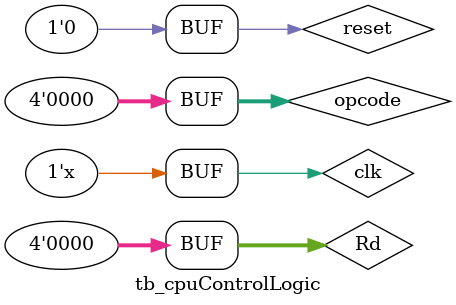
<source format=v>
`timescale 1ns / 1ps


module tb_cpuControlLogic;

	// Inputs
	reg clk;
	reg reset;
	reg [3:0] opcode;
	reg [3:0] Rd;

	// Outputs
	wire [2:0] FS;
	wire [1:0] PS;
	wire MB;
	wire MD;
	wire RW;
	wire MW;
	wire BC;
	wire BL;
	wire IL;

	// Instantiate the Unit Under Test (UUT)
	cpuControlLogic uut (
		.clk(clk), 
		.reset(reset), 
		.opcode(opcode), 
		.Rd(Rd), 
		.FS(FS), 
		.PS(PS), 
		.MB(MB), 
		.MD(MD), 
		.RW(RW), 
		.MW(MW), 
		.BC(BC), 
		.BL(BL), 
		.IL(IL)
	);

	initial begin
		// Initialize Inputs
		reset = 1;
		clk = 1;
		opcode = 0;
		Rd = 0;
		#10;
      reset = 0;

	end
	
	always # 10 clk = ~clk;
      
endmodule


</source>
